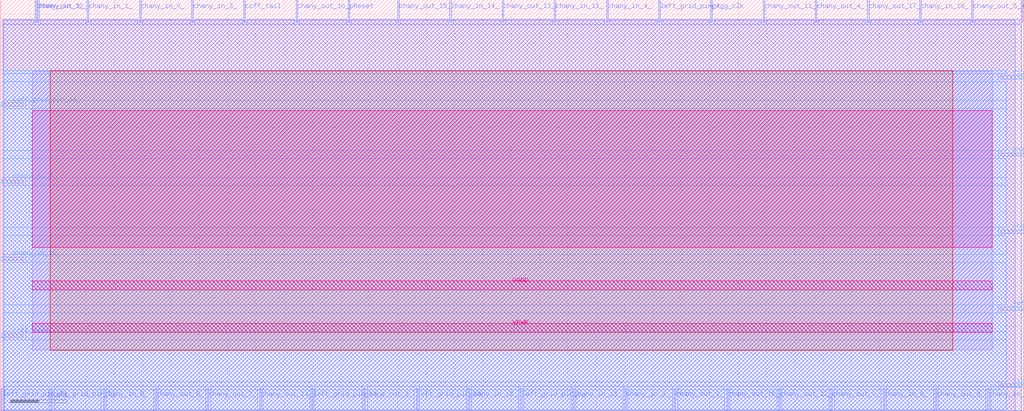
<source format=lef>
VERSION 5.7 ;
  NAMESCASESENSITIVE ON ;
  NOWIREEXTENSIONATPIN ON ;
  DIVIDERCHAR "/" ;
  BUSBITCHARS "[]" ;
UNITS
  DATABASE MICRONS 200 ;
END UNITS

MACRO cby_0__1_
  CLASS BLOCK ;
  FOREIGN cby_0__1_ ;
  ORIGIN 0.000 0.000 ;
  SIZE 180.350 BY 72.555 ;
  PIN ccff_head
    DIRECTION INPUT ;
    PORT
      LAYER met3 ;
        RECT 0.000 12.960 4.000 13.560 ;
    END
  END ccff_head
  PIN ccff_tail
    DIRECTION OUTPUT TRISTATE ;
    PORT
      LAYER met2 ;
        RECT 42.870 68.555 43.150 72.555 ;
    END
  END ccff_tail
  PIN chany_in_0_
    DIRECTION INPUT ;
    PORT
      LAYER met2 ;
        RECT 24.470 68.555 24.750 72.555 ;
    END
  END chany_in_0_
  PIN chany_in_10_
    DIRECTION INPUT ;
    PORT
      LAYER met2 ;
        RECT 6.530 68.555 6.810 72.555 ;
    END
  END chany_in_10_
  PIN chany_in_11_
    DIRECTION INPUT ;
    PORT
      LAYER met2 ;
        RECT 97.610 68.555 97.890 72.555 ;
    END
  END chany_in_11_
  PIN chany_in_12_
    DIRECTION INPUT ;
    PORT
      LAYER met2 ;
        RECT 82.430 0.000 82.710 4.000 ;
    END
  END chany_in_12_
  PIN chany_in_13_
    DIRECTION INPUT ;
    PORT
      LAYER met2 ;
        RECT 100.830 0.000 101.110 4.000 ;
    END
  END chany_in_13_
  PIN chany_in_14_
    DIRECTION INPUT ;
    PORT
      LAYER met2 ;
        RECT 79.210 68.555 79.490 72.555 ;
    END
  END chany_in_14_
  PIN chany_in_15_
    DIRECTION INPUT ;
    PORT
      LAYER met3 ;
        RECT 0.000 26.560 4.000 27.160 ;
    END
  END chany_in_15_
  PIN chany_in_16_
    DIRECTION INPUT ;
    PORT
      LAYER met2 ;
        RECT 162.010 68.555 162.290 72.555 ;
    END
  END chany_in_16_
  PIN chany_in_17_
    DIRECTION INPUT ;
    PORT
      LAYER met3 ;
        RECT 176.350 31.320 180.350 31.920 ;
    END
  END chany_in_17_
  PIN chany_in_1_
    DIRECTION INPUT ;
    PORT
      LAYER met2 ;
        RECT 15.270 68.555 15.550 72.555 ;
    END
  END chany_in_1_
  PIN chany_in_2_
    DIRECTION INPUT ;
    PORT
      LAYER met2 ;
        RECT 110.030 0.000 110.310 4.000 ;
    END
  END chany_in_2_
  PIN chany_in_3_
    DIRECTION INPUT ;
    PORT
      LAYER met2 ;
        RECT 33.670 68.555 33.950 72.555 ;
    END
  END chany_in_3_
  PIN chany_in_4_
    DIRECTION INPUT ;
    PORT
      LAYER met2 ;
        RECT 106.810 68.555 107.090 72.555 ;
    END
  END chany_in_4_
  PIN chany_in_5_
    DIRECTION INPUT ;
    PORT
      LAYER met2 ;
        RECT 18.030 0.000 18.310 4.000 ;
    END
  END chany_in_5_
  PIN chany_in_6_
    DIRECTION INPUT ;
    PORT
      LAYER met2 ;
        RECT 155.570 0.000 155.850 4.000 ;
    END
  END chany_in_6_
  PIN chany_in_7_
    DIRECTION INPUT ;
    PORT
      LAYER met3 ;
        RECT 0.000 40.160 4.000 40.760 ;
    END
  END chany_in_7_
  PIN chany_in_8_
    DIRECTION INPUT ;
    PORT
      LAYER met2 ;
        RECT 173.970 0.000 174.250 4.000 ;
    END
  END chany_in_8_
  PIN chany_in_9_
    DIRECTION INPUT ;
    PORT
      LAYER met2 ;
        RECT 179.950 68.555 180.230 72.555 ;
    END
  END chany_in_9_
  PIN chany_out_0_
    DIRECTION OUTPUT TRISTATE ;
    PORT
      LAYER met2 ;
        RECT 146.370 0.000 146.650 4.000 ;
    END
  END chany_out_0_
  PIN chany_out_10_
    DIRECTION OUTPUT TRISTATE ;
    PORT
      LAYER met2 ;
        RECT 52.070 68.555 52.350 72.555 ;
    END
  END chany_out_10_
  PIN chany_out_11_
    DIRECTION OUTPUT TRISTATE ;
    PORT
      LAYER met2 ;
        RECT 134.410 68.555 134.690 72.555 ;
    END
  END chany_out_11_
  PIN chany_out_12_
    DIRECTION OUTPUT TRISTATE ;
    PORT
      LAYER met2 ;
        RECT 137.170 0.000 137.450 4.000 ;
    END
  END chany_out_12_
  PIN chany_out_13_
    DIRECTION OUTPUT TRISTATE ;
    PORT
      LAYER met2 ;
        RECT 88.410 68.555 88.690 72.555 ;
    END
  END chany_out_13_
  PIN chany_out_14_
    DIRECTION OUTPUT TRISTATE ;
    PORT
      LAYER met2 ;
        RECT 45.630 0.000 45.910 4.000 ;
    END
  END chany_out_14_
  PIN chany_out_15_
    DIRECTION OUTPUT TRISTATE ;
    PORT
      LAYER met2 ;
        RECT 70.010 68.555 70.290 72.555 ;
    END
  END chany_out_15_
  PIN chany_out_16_
    DIRECTION OUTPUT TRISTATE ;
    PORT
      LAYER met2 ;
        RECT 127.970 0.000 128.250 4.000 ;
    END
  END chany_out_16_
  PIN chany_out_17_
    DIRECTION OUTPUT TRISTATE ;
    PORT
      LAYER met2 ;
        RECT 152.810 68.555 153.090 72.555 ;
    END
  END chany_out_17_
  PIN chany_out_1_
    DIRECTION OUTPUT TRISTATE ;
    PORT
      LAYER met2 ;
        RECT 6.070 68.555 6.350 72.555 ;
    END
  END chany_out_1_
  PIN chany_out_2_
    DIRECTION OUTPUT TRISTATE ;
    PORT
      LAYER met2 ;
        RECT 64.030 0.000 64.310 4.000 ;
    END
  END chany_out_2_
  PIN chany_out_3_
    DIRECTION OUTPUT TRISTATE ;
    PORT
      LAYER met3 ;
        RECT 176.350 44.920 180.350 45.520 ;
    END
  END chany_out_3_
  PIN chany_out_4_
    DIRECTION OUTPUT TRISTATE ;
    PORT
      LAYER met2 ;
        RECT 143.610 68.555 143.890 72.555 ;
    END
  END chany_out_4_
  PIN chany_out_5_
    DIRECTION OUTPUT TRISTATE ;
    PORT
      LAYER met2 ;
        RECT 171.210 68.555 171.490 72.555 ;
    END
  END chany_out_5_
  PIN chany_out_6_
    DIRECTION OUTPUT TRISTATE ;
    PORT
      LAYER met2 ;
        RECT 164.770 0.000 165.050 4.000 ;
    END
  END chany_out_6_
  PIN chany_out_7_
    DIRECTION OUTPUT TRISTATE ;
    PORT
      LAYER met2 ;
        RECT 36.430 0.000 36.710 4.000 ;
    END
  END chany_out_7_
  PIN chany_out_8_
    DIRECTION OUTPUT TRISTATE ;
    PORT
      LAYER met2 ;
        RECT 27.230 0.000 27.510 4.000 ;
    END
  END chany_out_8_
  PIN chany_out_9_
    DIRECTION OUTPUT TRISTATE ;
    PORT
      LAYER met2 ;
        RECT 118.770 0.000 119.050 4.000 ;
    END
  END chany_out_9_
  PIN left_grid_pin_0_
    DIRECTION OUTPUT TRISTATE ;
    PORT
      LAYER met2 ;
        RECT 91.630 0.000 91.910 4.000 ;
    END
  END left_grid_pin_0_
  PIN left_grid_pin_10_
    DIRECTION OUTPUT TRISTATE ;
    PORT
      LAYER met2 ;
        RECT 73.230 0.000 73.510 4.000 ;
    END
  END left_grid_pin_10_
  PIN left_grid_pin_12_
    DIRECTION OUTPUT TRISTATE ;
    PORT
      LAYER met2 ;
        RECT 54.830 0.000 55.110 4.000 ;
    END
  END left_grid_pin_12_
  PIN left_grid_pin_14_
    DIRECTION OUTPUT TRISTATE ;
    PORT
      LAYER met3 ;
        RECT 0.000 53.760 4.000 54.360 ;
    END
  END left_grid_pin_14_
  PIN left_grid_pin_2_
    DIRECTION OUTPUT TRISTATE ;
    PORT
      LAYER met2 ;
        RECT 8.830 0.000 9.110 4.000 ;
    END
  END left_grid_pin_2_
  PIN left_grid_pin_4_
    DIRECTION OUTPUT TRISTATE ;
    PORT
      LAYER met2 ;
        RECT 116.010 68.555 116.290 72.555 ;
    END
  END left_grid_pin_4_
  PIN left_grid_pin_6_
    DIRECTION OUTPUT TRISTATE ;
    PORT
      LAYER met3 ;
        RECT 176.350 17.720 180.350 18.320 ;
    END
  END left_grid_pin_6_
  PIN left_grid_pin_8_
    DIRECTION OUTPUT TRISTATE ;
    PORT
      LAYER met2 ;
        RECT 0.090 0.000 0.370 4.000 ;
    END
  END left_grid_pin_8_
  PIN pReset
    DIRECTION INPUT ;
    PORT
      LAYER met2 ;
        RECT 61.270 68.555 61.550 72.555 ;
    END
  END pReset
  PIN prog_clk
    DIRECTION INPUT ;
    PORT
      LAYER met2 ;
        RECT 125.210 68.555 125.490 72.555 ;
    END
  END prog_clk
  PIN right_grid_pin_3_
    DIRECTION OUTPUT TRISTATE ;
    PORT
      LAYER met3 ;
        RECT 176.350 58.520 180.350 59.120 ;
    END
  END right_grid_pin_3_
  PIN right_grid_pin_7_
    DIRECTION OUTPUT TRISTATE ;
    PORT
      LAYER met3 ;
        RECT 176.350 4.120 180.350 4.720 ;
    END
  END right_grid_pin_7_
  PIN VPWR
    DIRECTION INPUT ;
    USE POWER ;
    PORT
      LAYER met5 ;
        RECT 5.520 13.840 174.800 15.440 ;
    END
  END VPWR
  PIN VGND
    DIRECTION INPUT ;
    USE GROUND ;
    PORT
      LAYER met5 ;
        RECT 5.520 21.340 174.800 22.940 ;
    END
  END VGND
  OBS
      LAYER li1 ;
        RECT 5.520 10.795 174.800 59.925 ;
      LAYER met1 ;
        RECT 0.530 0.040 178.870 68.980 ;
      LAYER met2 ;
        RECT 0.370 68.275 5.790 69.090 ;
        RECT 7.090 68.275 14.990 69.090 ;
        RECT 15.830 68.275 24.190 69.090 ;
        RECT 25.030 68.275 33.390 69.090 ;
        RECT 34.230 68.275 42.590 69.090 ;
        RECT 43.430 68.275 51.790 69.090 ;
        RECT 52.630 68.275 60.990 69.090 ;
        RECT 61.830 68.275 69.730 69.090 ;
        RECT 70.570 68.275 78.930 69.090 ;
        RECT 79.770 68.275 88.130 69.090 ;
        RECT 88.970 68.275 97.330 69.090 ;
        RECT 98.170 68.275 106.530 69.090 ;
        RECT 107.370 68.275 115.730 69.090 ;
        RECT 116.570 68.275 124.930 69.090 ;
        RECT 125.770 68.275 134.130 69.090 ;
        RECT 134.970 68.275 143.330 69.090 ;
        RECT 144.170 68.275 152.530 69.090 ;
        RECT 153.370 68.275 161.730 69.090 ;
        RECT 162.570 68.275 170.930 69.090 ;
        RECT 171.770 68.275 179.670 69.090 ;
        RECT 0.370 4.280 179.950 68.275 ;
        RECT 0.650 0.010 8.550 4.280 ;
        RECT 9.390 0.010 17.750 4.280 ;
        RECT 18.590 0.010 26.950 4.280 ;
        RECT 27.790 0.010 36.150 4.280 ;
        RECT 36.990 0.010 45.350 4.280 ;
        RECT 46.190 0.010 54.550 4.280 ;
        RECT 55.390 0.010 63.750 4.280 ;
        RECT 64.590 0.010 72.950 4.280 ;
        RECT 73.790 0.010 82.150 4.280 ;
        RECT 82.990 0.010 91.350 4.280 ;
        RECT 92.190 0.010 100.550 4.280 ;
        RECT 101.390 0.010 109.750 4.280 ;
        RECT 110.590 0.010 118.490 4.280 ;
        RECT 119.330 0.010 127.690 4.280 ;
        RECT 128.530 0.010 136.890 4.280 ;
        RECT 137.730 0.010 146.090 4.280 ;
        RECT 146.930 0.010 155.290 4.280 ;
        RECT 156.130 0.010 164.490 4.280 ;
        RECT 165.330 0.010 173.690 4.280 ;
        RECT 174.530 0.010 179.950 4.280 ;
      LAYER met3 ;
        RECT 0.310 59.520 177.250 60.005 ;
        RECT 0.310 58.120 175.950 59.520 ;
        RECT 0.310 54.760 177.250 58.120 ;
        RECT 4.400 53.360 177.250 54.760 ;
        RECT 0.310 45.920 177.250 53.360 ;
        RECT 0.310 44.520 175.950 45.920 ;
        RECT 0.310 41.160 177.250 44.520 ;
        RECT 4.400 39.760 177.250 41.160 ;
        RECT 0.310 32.320 177.250 39.760 ;
        RECT 0.310 30.920 175.950 32.320 ;
        RECT 0.310 27.560 177.250 30.920 ;
        RECT 4.400 26.160 177.250 27.560 ;
        RECT 0.310 18.720 177.250 26.160 ;
        RECT 0.310 17.320 175.950 18.720 ;
        RECT 0.310 13.960 177.250 17.320 ;
        RECT 4.400 12.560 177.250 13.960 ;
        RECT 0.310 5.120 177.250 12.560 ;
        RECT 0.310 3.720 175.950 5.120 ;
        RECT 0.310 0.175 177.250 3.720 ;
      LAYER met4 ;
        RECT 8.720 10.640 167.820 60.080 ;
      LAYER met5 ;
        RECT 5.520 28.840 174.800 52.940 ;
  END
END cby_0__1_
END LIBRARY


</source>
